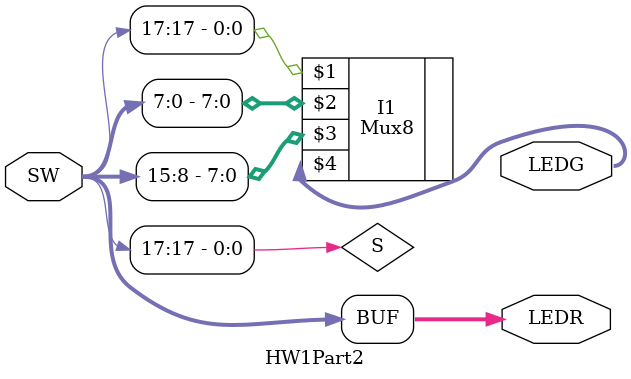
<source format=v>
/*Homework 1 Part 2 by Ben Foster
 *TCES 330 4/16/14
 */
module HW1Part2(SW, LEDR, LEDG);
	input [17:0] SW; //Toggle switches
	output [17:0] LEDR; //Red LEDs
	output [7:0] LEDG; //Green LEDs
	wire S; //Select line
	
	assign S = SW[17]; //assign select line to last switch
	assign LEDR = SW; //know which switch is on
	
	//Instance of the Mux
	Mux8 I1(S, SW[7:0], SW[15:8], LEDG[7:0]);
	
endmodule

</source>
